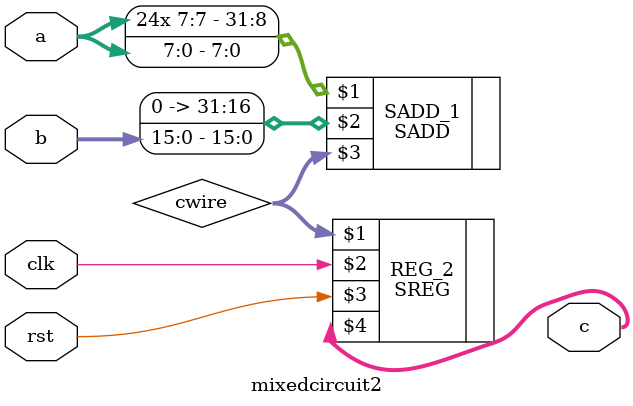
<source format=v>
`timescale 1ns / 1ps
module mixedcircuit2(a, b, c, clk, rst);

input signed [7:0] a;
input [15:0] b;
output signed [31:0] c;
wire signed [31:0] cwire;
input clk, rst;

SADD #(32) SADD_1({{24{a[7]}},a},{16'b0,b},cwire);
SREG #(32) REG_2(cwire,clk, rst, c);

endmodule

</source>
